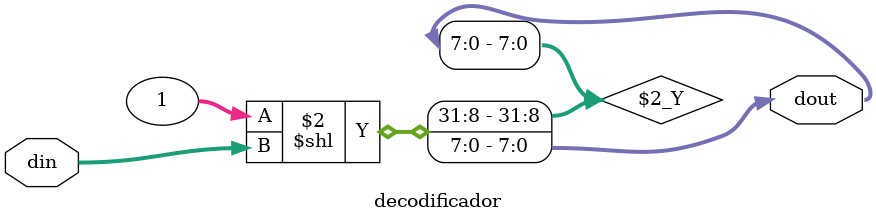
<source format=v>
module decodificador (din, dout);

  input [2:0] din;
  output reg [7:0] dout;

  // Desloca o bit 1 para o registrador a ser habilitado
  // Exemplo: 0001 << 2 = 0100
  always @(*)
    dout <= 1 << din;

endmodule

</source>
